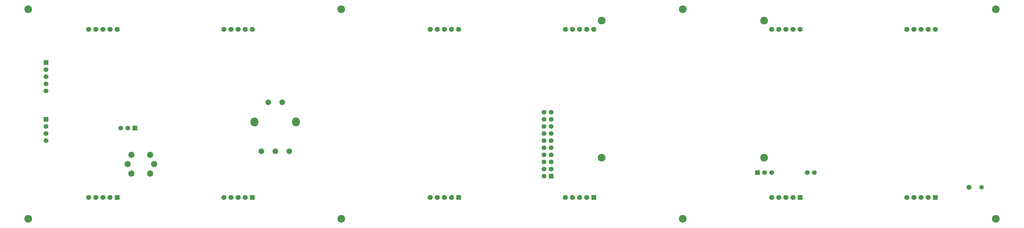
<source format=gbs>
G04 DipTrace 2.4.0.2*
%INsensorclock.GBS*%
%MOMM*%
%ADD36C,1.8*%
%ADD45C,2.0*%
%ADD46C,2.75*%
%ADD47C,1.6*%
%ADD48C,1.8*%
%ADD53C,2.2*%
%ADD64O,2.8X3.2*%
%ADD89C,1.7*%
%ADD91R,1.7X1.7*%
%FSLAX53Y53*%
G04*
G71*
G90*
G75*
G01*
%LNBotMask*%
%LPD*%
D91*
X274160Y30320D3*
D89*
X276700D3*
X279240D3*
X291940D3*
X294480D3*
D46*
X218490Y35665D3*
X276490D3*
X218490Y84665D3*
X276490D3*
D91*
X337660Y21430D3*
D36*
X335120D3*
X332580D3*
X330040D3*
X327500D3*
X337660Y81530D3*
X335120D3*
X332580D3*
X330040D3*
X327500D3*
D91*
X289400Y21430D3*
D36*
X286860D3*
X284320D3*
X281780D3*
X279240D3*
X289400Y81530D3*
X286860D3*
X284320D3*
X281780D3*
X279240D3*
D91*
X215740Y21430D3*
D36*
X213200D3*
X210660D3*
X208120D3*
X205580D3*
X215740Y81530D3*
X213200D3*
X210660D3*
X208120D3*
X205580D3*
D91*
X167480Y21430D3*
D36*
X164940D3*
X162400D3*
X159860D3*
X157320D3*
X167480Y81530D3*
X164940D3*
X162400D3*
X159860D3*
X157320D3*
D91*
X93820Y21430D3*
D36*
X91280D3*
X88740D3*
X86200D3*
X83660D3*
X93820Y81530D3*
X91280D3*
X88740D3*
X86200D3*
X83660D3*
D91*
X45560Y21430D3*
D36*
X43020D3*
X40480D3*
X37940D3*
X35400D3*
X45560Y81530D3*
X43020D3*
X40480D3*
X37940D3*
X35400D3*
D47*
X354170Y25025D3*
D48*
X349670D3*
D91*
X200500Y29050D3*
D89*
X197960D3*
X200500Y31590D3*
X197960D3*
X200500Y34130D3*
X197960D3*
X200500Y36670D3*
X197960D3*
X200500Y39210D3*
X197960D3*
X200500Y41750D3*
X197960D3*
X200500Y44290D3*
X197960D3*
X200500Y46830D3*
X197960D3*
X200500Y49370D3*
X197960D3*
X200500Y51910D3*
X197960D3*
D91*
X20160Y69690D3*
D89*
Y67150D3*
Y64610D3*
Y62070D3*
Y59530D3*
D91*
Y49370D3*
D89*
Y46830D3*
Y44290D3*
Y41750D3*
D91*
X51910Y46195D3*
D89*
X49370D3*
X46830D3*
D45*
X96995Y37940D3*
X101995D3*
X106995D3*
X99495Y55440D3*
X104495D3*
D64*
X109395Y48440D3*
X94595D3*
D53*
X50640Y29952D3*
X49249Y33311D3*
X50640Y36670D3*
X57358D3*
X58749Y33311D3*
X57358Y29952D3*
D46*
X13810Y88740D3*
X125570D3*
X247490D3*
X359250D3*
X13810Y13810D3*
X125570D3*
X247490D3*
X359250D3*
M02*

</source>
